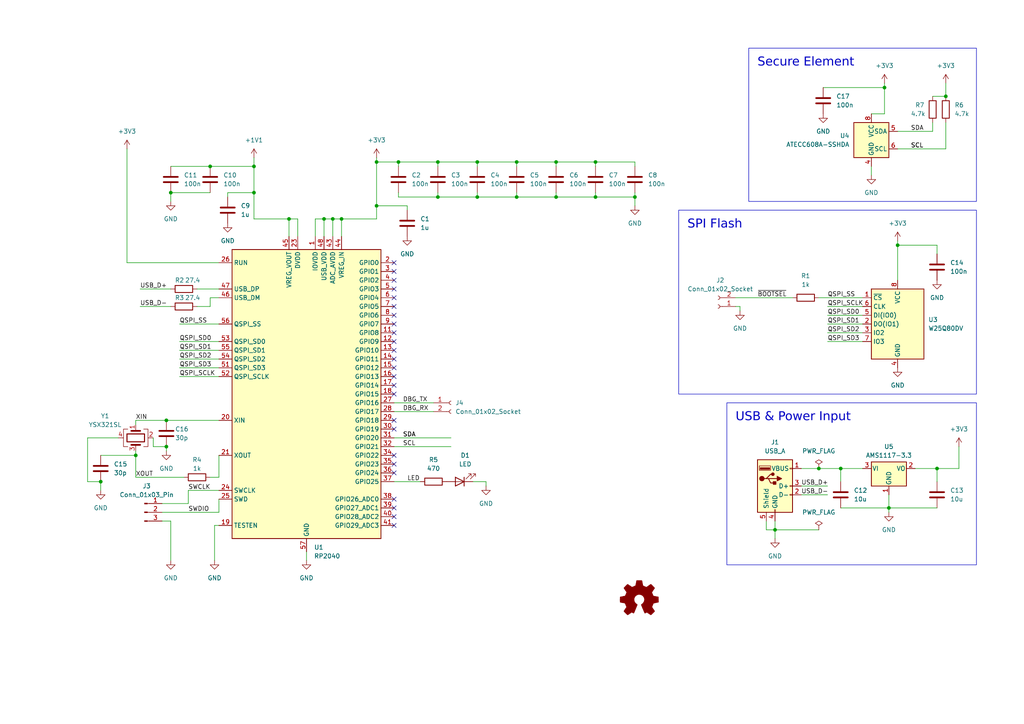
<source format=kicad_sch>
(kicad_sch (version 20230121) (generator eeschema)
  (paper "A4")
  (title_block (title "Keychip") (date "2023-11-12") (rev "Ver.HW1.00-R") (company "Setsuna ad Astra"))
  (lib_symbols
    (symbol "Connector:Conn_01x02_Socket" (pin_names (offset 1.016) hide)
      (property "Reference" "J" (at 0 2.54 0))
      (property "Value" "Conn_01x02_Socket" (at 0 -5.08 0))
      (symbol "Conn_01x02_Socket_1_1"
        (arc (start 0 -2.032) (mid -0.5058 -2.54) (end 0 -3.048) (stroke (width 0.1524)))
        (polyline (pts (xy -1.27 -2.54) (xy -0.508 -2.54)) (stroke (width 0.1524)))
        (polyline (pts (xy -1.27 0) (xy -0.508 0)) (stroke (width 0.1524)))
        (arc (start 0 0.508) (mid -0.5058 0) (end 0 -0.508) (stroke (width 0.1524)))
        (pin passive line (at -5.08 0 0) (length 3.81) (name "Pin_1") (number "1"))
        (pin passive line (at -5.08 -2.54 0) (length 3.81) (name "Pin_2") (number "2"))
      )
    )
    (symbol "Connector:Conn_01x03_Pin" (pin_names (offset 1.016) hide)
      (property "Reference" "J" (at 0 5.08 0))
      (property "Value" "Conn_01x03_Pin" (at 0 -5.08 0))
      (symbol "Conn_01x03_Pin_1_1"
        (polyline (pts (xy 1.27 -2.54) (xy 0.8636 -2.54)) (stroke (width 0.1524)))
        (polyline (pts (xy 1.27 0) (xy 0.8636 0)) (stroke (width 0.1524)))
        (polyline (pts (xy 1.27 2.54) (xy 0.8636 2.54)) (stroke (width 0.1524)))
        (rectangle (start 0.8636 -2.413) (end 0 -2.667) (stroke (width 0.1524)) (fill (type outline)))
        (rectangle (start 0.8636 0.127) (end 0 -0.127) (stroke (width 0.1524)) (fill (type outline)))
        (rectangle (start 0.8636 2.667) (end 0 2.413) (stroke (width 0.1524)) (fill (type outline)))
        (pin passive line (at 5.08 2.54 180) (length 3.81) (name "Pin_1") (number "1"))
        (pin passive line (at 5.08 0 180) (length 3.81) (name "Pin_2") (number "2"))
        (pin passive line (at 5.08 -2.54 180) (length 3.81) (name "Pin_3") (number "3"))
      )
    )
    (symbol "Connector:USB_A" (pin_names (offset 1.016))
      (property "Reference" "J" (at -5.08 11.43 0))
      (property "Value" "USB_A" (at -5.08 8.89 0))
      (symbol "USB_A_0_1"
        (rectangle (start -5.08 -7.62) (end 5.08 7.62) (stroke (width 0.254)) (fill (type background)))
        (circle (center -3.81 2.159) (radius 0.635) (stroke (width 0.254)) (fill (type outline)))
        (rectangle (start -1.524 4.826) (end -4.318 5.334) (fill (type outline)))
        (rectangle (start -1.27 4.572) (end -4.572 5.842))
        (circle (center -0.635 3.429) (radius 0.381) (stroke (width 0.254)) (fill (type outline)))
        (rectangle (start -0.127 -7.62) (end 0.127 -6.858))
        (polyline (pts (xy -3.175 2.159) (xy -2.54 2.159) (xy -1.27 3.429) (xy -0.635 3.429)) (stroke (width 0.254)))
        (polyline (pts (xy -2.54 2.159) (xy -1.905 2.159) (xy -1.27 0.889) (xy 0 0.889)) (stroke (width 0.254)))
        (polyline (pts (xy 0.635 2.794) (xy 0.635 1.524) (xy 1.905 2.159) (xy 0.635 2.794)) (stroke (width 0.254)) (fill (type outline)))
        (rectangle (start 0.254 1.27) (end -0.508 0.508) (stroke (width 0.254)) (fill (type outline)))
        (rectangle (start 5.08 -2.667) (end 4.318 -2.413))
        (rectangle (start 5.08 -0.127) (end 4.318 0.127))
        (rectangle (start 5.08 4.953) (end 4.318 5.207))
      )
      (symbol "USB_A_1_1"
        (polyline (pts (xy -1.905 2.159) (xy 0.635 2.159)) (stroke (width 0.254)))
        (pin power_in line (at 7.62 5.08 180) (length 2.54) (name "VBUS") (number "1"))
        (pin bidirectional line (at 7.62 -2.54 180) (length 2.54) (name "D-") (number "2"))
        (pin bidirectional line (at 7.62 0 180) (length 2.54) (name "D+") (number "3"))
        (pin power_in line (at 0 -10.16 90) (length 2.54) (name "GND") (number "4"))
        (pin passive line (at -2.54 -10.16 90) (length 2.54) (name "Shield") (number "5"))
      )
    )
    (symbol "Device:C" (pin_numbers hide) (pin_names (offset 0.254))
      (property "Reference" "C" (at 0.635 2.54 0))
      (property "Value" "C" (at 0.635 -2.54 0))
      (symbol "C_0_1"
        (polyline (pts (xy -2.032 -0.762) (xy 2.032 -0.762)) (stroke (width 0.508)))
        (polyline (pts (xy -2.032 0.762) (xy 2.032 0.762)) (stroke (width 0.508)))
      )
      (symbol "C_1_1"
        (pin passive line (at 0 3.81 270) (length 2.794) (name "~") (number "1"))
        (pin passive line (at 0 -3.81 90) (length 2.794) (name "~") (number "2"))
      )
    )
    (symbol "Device:Crystal_GND24" (pin_names (offset 1.016) hide)
      (property "Reference" "Y" (at 3.175 5.08 0))
      (property "Value" "Crystal_GND24" (at 3.175 3.175 0))
      (symbol "Crystal_GND24_0_1"
        (rectangle (start -1.143 2.54) (end 1.143 -2.54) (stroke (width 0.3048)))
        (polyline (pts (xy -2.54 0) (xy -2.032 0)))
        (polyline (pts (xy -2.032 -1.27) (xy -2.032 1.27)) (stroke (width 0.508)))
        (polyline (pts (xy 0 -3.81) (xy 0 -3.556)))
        (polyline (pts (xy 0 3.556) (xy 0 3.81)))
        (polyline (pts (xy 2.032 -1.27) (xy 2.032 1.27)) (stroke (width 0.508)))
        (polyline (pts (xy 2.032 0) (xy 2.54 0)))
        (polyline (pts (xy -2.54 -2.286) (xy -2.54 -3.556) (xy 2.54 -3.556) (xy 2.54 -2.286)))
        (polyline (pts (xy -2.54 2.286) (xy -2.54 3.556) (xy 2.54 3.556) (xy 2.54 2.286)))
      )
      (symbol "Crystal_GND24_1_1"
        (pin passive line (at -3.81 0 0) (length 1.27) (name "1") (number "1"))
        (pin passive line (at 0 5.08 270) (length 1.27) (name "2") (number "2"))
        (pin passive line (at 3.81 0 180) (length 1.27) (name "3") (number "3"))
        (pin passive line (at 0 -5.08 90) (length 1.27) (name "4") (number "4"))
      )
    )
    (symbol "Device:LED" (pin_numbers hide) (pin_names (offset 1.016) hide)
      (property "Reference" "D" (at 0 2.54 0))
      (property "Value" "LED" (at 0 -2.54 0))
      (symbol "LED_0_1"
        (polyline (pts (xy -1.27 -1.27) (xy -1.27 1.27)) (stroke (width 0.254)))
        (polyline (pts (xy -1.27 0) (xy 1.27 0)))
        (polyline (pts (xy 1.27 -1.27) (xy 1.27 1.27) (xy -1.27 0) (xy 1.27 -1.27)) (stroke (width 0.254)))
        (polyline (pts (xy -3.048 -0.762) (xy -4.572 -2.286) (xy -3.81 -2.286) (xy -4.572 -2.286) (xy -4.572 -1.524)))
        (polyline (pts (xy -1.778 -0.762) (xy -3.302 -2.286) (xy -2.54 -2.286) (xy -3.302 -2.286) (xy -3.302 -1.524)))
      )
      (symbol "LED_1_1"
        (pin passive line (at -3.81 0 0) (length 2.54) (name "K") (number "1"))
        (pin passive line (at 3.81 0 180) (length 2.54) (name "A") (number "2"))
      )
    )
    (symbol "Device:R" (pin_numbers hide) (pin_names (offset 0))
      (property "Reference" "R" (at 2.032 0 90))
      (property "Value" "R" (at 0 0 90))
      (symbol "R_0_1"
        (rectangle (start -1.016 -2.54) (end 1.016 2.54) (stroke (width 0.254)))
      )
      (symbol "R_1_1"
        (pin passive line (at 0 3.81 270) (length 1.27) (name "~") (number "1"))
        (pin passive line (at 0 -3.81 90) (length 1.27) (name "~") (number "2"))
      )
    )
    (symbol "Graphic:Logo_Open_Hardware_Small" (in_bom no) (on_board no)
      (symbol "Logo_Open_Hardware_Small_0_1"
        (polyline (pts (xy 3.3528 -4.3434) (xy 3.302 -4.318) (xy 3.175 -4.2418) (xy 2.9972 -4.1148) (xy 2.7686 -3.9624) (xy 2.54 -3.81) (xy 2.3622 -3.7084) (xy 2.2352 -3.6068) (xy 2.1844 -3.5814) (xy 2.159 -3.6068) (xy 2.0574 -3.6576) (xy 1.905 -3.7338) (xy 1.8034 -3.7846) (xy 1.6764 -3.8354) (xy 1.6002 -3.8354) (xy 1.6002 -3.8354) (xy 1.5494 -3.7338) (xy 1.4732 -3.5306) (xy 1.3462 -3.302) (xy 1.2446 -3.0226) (xy 1.1176 -2.7178) (xy 0.9652 -2.413) (xy 0.8636 -2.1082) (xy 0.7366 -1.8288) (xy 0.6604 -1.6256) (xy 0.6096 -1.4732) (xy 0.5842 -1.397) (xy 0.5842 -1.397) (xy 0.6604 -1.3208) (xy 0.7874 -1.2446) (xy 1.0414 -1.016) (xy 1.2954 -0.6858) (xy 1.4478 -0.3302) (xy 1.524 0.0762) (xy 1.4732 0.4572) (xy 1.3208 0.8128) (xy 1.0668 1.143) (xy 0.762 1.3716) (xy 0.4064 1.524) (xy 0 1.5748) (xy -0.381 1.5494) (xy -0.7366 1.397) (xy -1.0668 1.143) (xy -1.2192 0.9906) (xy -1.397 0.6604) (xy -1.524 0.3048) (xy -1.524 0.2286) (xy -1.4986 -0.1778) (xy -1.397 -0.5334) (xy -1.1938 -0.8636) (xy -0.9144 -1.143) (xy -0.8636 -1.1684) (xy -0.7366 -1.27) (xy -0.635 -1.3462) (xy -0.5842 -1.397) (xy -1.0668 -2.5908) (xy -1.143 -2.794) (xy -1.2954 -3.1242) (xy -1.397 -3.4036) (xy -1.4986 -3.6322) (xy -1.5748 -3.7846) (xy -1.6002 -3.8354) (xy -1.6002 -3.8354) (xy -1.651 -3.8354) (xy -1.7272 -3.81) (xy -1.905 -3.7338) (xy -2.0066 -3.683) (xy -2.1336 -3.6068) (xy -2.2098 -3.5814) (xy -2.2606 -3.6068) (xy -2.3622 -3.683) (xy -2.54 -3.81) (xy -2.7686 -3.9624) (xy -2.9718 -4.0894) (xy -3.1496 -4.2164) (xy -3.302 -4.318) (xy -3.3528 -4.3434) (xy -3.3782 -4.3434) (xy -3.429 -4.318) (xy -3.5306 -4.2164) (xy -3.7084 -4.064) (xy -3.937 -3.8354) (xy -3.9624 -3.81) (xy -4.1656 -3.6068) (xy -4.318 -3.4544) (xy -4.4196 -3.3274) (xy -4.445 -3.2766) (xy -4.445 -3.2766) (xy -4.4196 -3.2258) (xy -4.318 -3.0734) (xy -4.2164 -2.8956) (xy -4.064 -2.667) (xy -3.6576 -2.0828) (xy -3.8862 -1.5494) (xy -3.937 -1.3716) (xy -4.0386 -1.1684) (xy -4.0894 -1.0414) (xy -4.1148 -0.9652) (xy -4.191 -0.9398) (xy -4.318 -0.9144) (xy -4.5466 -0.8636) (xy -4.8006 -0.8128) (xy -5.0546 -0.7874) (xy -5.2578 -0.7366) (xy -5.4356 -0.7112) (xy -5.5118 -0.6858) (xy -5.5118 -0.6858) (xy -5.5372 -0.635) (xy -5.5372 -0.5588) (xy -5.5372 -0.4318) (xy -5.5626 -0.2286) (xy -5.5626 0.0762) (xy -5.5626 0.127) (xy -5.5372 0.4064) (xy -5.5372 0.635) (xy -5.5372 0.762) (xy -5.5372 0.8382) (xy -5.5372 0.8382) (xy -5.461 0.8382) (xy -5.3086 0.889) (xy -5.08 0.9144) (xy -4.826 0.9652) (xy -4.8006 0.9906) (xy -4.5466 1.0414) (xy -4.318 1.0668) (xy -4.1656 1.1176) (xy -4.0894 1.143) (xy -4.0894 1.143) (xy -4.0386 1.2446) (xy -3.9624 1.4224) (xy -3.8608 1.6256) (xy -3.7846 1.8288) (xy -3.7084 2.0066) (xy -3.6576 2.159) (xy -3.6322 2.2098) (xy -3.6322 2.2098) (xy -3.683 2.286) (xy -3.7592 2.413) (xy -3.8862 2.5908) (xy -4.064 2.8194) (xy -4.064 2.8448) (xy -4.2164 3.0734) (xy -4.3434 3.2512) (xy -4.4196 3.3782) (xy -4.445 3.4544) (xy -4.445 3.4544) (xy -4.3942 3.5052) (xy -4.2926 3.6322) (xy -4.1148 3.81) (xy -3.937 4.0132) (xy -3.8608 4.064) (xy -3.6576 4.2926) (xy -3.5052 4.4196) (xy -3.4036 4.4958) (xy -3.3528 4.5212) (xy -3.3528 4.5212) (xy -3.302 4.4704) (xy -3.1496 4.3688) (xy -2.9718 4.2418) (xy -2.7432 4.0894) (xy -2.7178 4.0894) (xy -2.4892 3.937) (xy -2.3114 3.81) (xy -2.1844 3.7084) (xy -2.1336 3.683) (xy -2.1082 3.683) (xy -2.032 3.7084) (xy -1.8542 3.7592) (xy -1.6764 3.8354) (xy -1.4732 3.937) (xy -1.27 4.0132) (xy -1.143 4.064) (xy -1.0668 4.1148) (xy -1.0668 4.1148) (xy -1.0414 4.191) (xy -1.016 4.3434) (xy -0.9652 4.572) (xy -0.9144 4.8514) (xy -0.889 4.9022) (xy -0.8382 5.1562) (xy -0.8128 5.3848) (xy -0.7874 5.5372) (xy -0.762 5.588) (xy -0.7112 5.6134) (xy -0.5842 5.6134) (xy -0.4064 5.6134) (xy -0.1524 5.6134) (xy 0.0762 5.6134) (xy 0.3302 5.6134) (xy 0.5334 5.6134) (xy 0.6858 5.588) (xy 0.7366 5.588) (xy 0.7366 5.588) (xy 0.762 5.5118) (xy 0.8128 5.334) (xy 0.8382 5.1054) (xy 0.9144 4.826) (xy 0.9144 4.7752) (xy 0.9652 4.5212) (xy 1.016 4.2926) (xy 1.0414 4.1402) (xy 1.0668 4.0894) (xy 1.0668 4.0894) (xy 1.1938 4.0386) (xy 1.3716 3.9624) (xy 1.5748 3.8608) (xy 2.0828 3.6576) (xy 2.7178 4.0894) (xy 2.7686 4.1402) (xy 2.9972 4.2926) (xy 3.175 4.4196) (xy 3.302 4.4958) (xy 3.3782 4.5212) (xy 3.3782 4.5212) (xy 3.429 4.4704) (xy 3.556 4.3434) (xy 3.7338 4.191) (xy 3.9116 3.9878) (xy 4.064 3.8354) (xy 4.2418 3.6576) (xy 4.3434 3.556) (xy 4.4196 3.4798) (xy 4.4196 3.429) (xy 4.4196 3.4036) (xy 4.3942 3.3274) (xy 4.2926 3.2004) (xy 4.1656 2.9972) (xy 4.0132 2.794) (xy 3.8862 2.5908) (xy 3.7592 2.3876) (xy 3.6576 2.2352) (xy 3.6322 2.159) (xy 3.6322 2.1336) (xy 3.683 2.0066) (xy 3.7592 1.8288) (xy 3.8608 1.6002) (xy 4.064 1.1176) (xy 4.3942 1.0414) (xy 4.5974 1.016) (xy 4.8768 0.9652) (xy 5.1308 0.9144) (xy 5.5372 0.8382) (xy 5.5626 -0.6604) (xy 5.4864 -0.6858) (xy 5.4356 -0.6858) (xy 5.2832 -0.7366) (xy 5.0546 -0.762) (xy 4.8006 -0.8128) (xy 4.5974 -0.8636) (xy 4.3688 -0.9144) (xy 4.2164 -0.9398) (xy 4.1402 -0.9398) (xy 4.1148 -0.9652) (xy 4.064 -1.0668) (xy 3.9878 -1.2446) (xy 3.9116 -1.4478) (xy 3.81 -1.651) (xy 3.7338 -1.8542) (xy 3.683 -2.0066) (xy 3.6576 -2.0828) (xy 3.683 -2.1336) (xy 3.7846 -2.2606) (xy 3.8862 -2.4638) (xy 4.0386 -2.667) (xy 4.191 -2.8956) (xy 4.318 -3.0734) (xy 4.3942 -3.2004) (xy 4.445 -3.2766) (xy 4.4196 -3.3274) (xy 4.3434 -3.429) (xy 4.1656 -3.5814) (xy 3.937 -3.8354) (xy 3.8862 -3.8608) (xy 3.683 -4.064) (xy 3.5306 -4.2164) (xy 3.4036 -4.318) (xy 3.3528 -4.3434)) (fill (type outline)))
      )
    )
    (symbol "MCU_RaspberryPi:RP2040"
      (property "Reference" "U" (at 17.78 45.72 0))
      (property "Value" "RP2040" (at 17.78 43.18 0))
      (symbol "RP2040_0_1"
        (rectangle (start -21.59 41.91) (end 21.59 -41.91) (stroke (width 0.254)) (fill (type background)))
      )
      (symbol "RP2040_1_1"
        (pin power_in line (at 2.54 45.72 270) (length 3.81) (name "IOVDD") (number "1"))
        (pin passive line (at 2.54 45.72 270) (length 3.81) hide (name "IOVDD") (number "10"))
        (pin bidirectional line (at 25.4 17.78 180) (length 3.81) (name "GPIO8") (number "11"))
        (pin bidirectional line (at 25.4 15.24 180) (length 3.81) (name "GPIO9") (number "12"))
        (pin bidirectional line (at 25.4 12.7 180) (length 3.81) (name "GPIO10") (number "13"))
        (pin bidirectional line (at 25.4 10.16 180) (length 3.81) (name "GPIO11") (number "14"))
        (pin bidirectional line (at 25.4 7.62 180) (length 3.81) (name "GPIO12") (number "15"))
        (pin bidirectional line (at 25.4 5.08 180) (length 3.81) (name "GPIO13") (number "16"))
        (pin bidirectional line (at 25.4 2.54 180) (length 3.81) (name "GPIO14") (number "17"))
        (pin bidirectional line (at 25.4 0 180) (length 3.81) (name "GPIO15") (number "18"))
        (pin input line (at -25.4 -38.1 0) (length 3.81) (name "TESTEN") (number "19"))
        (pin bidirectional line (at 25.4 38.1 180) (length 3.81) (name "GPIO0") (number "2"))
        (pin input line (at -25.4 -7.62 0) (length 3.81) (name "XIN") (number "20"))
        (pin passive line (at -25.4 -17.78 0) (length 3.81) (name "XOUT") (number "21"))
        (pin passive line (at 2.54 45.72 270) (length 3.81) hide (name "IOVDD") (number "22"))
        (pin power_in line (at -2.54 45.72 270) (length 3.81) (name "DVDD") (number "23"))
        (pin input line (at -25.4 -27.94 0) (length 3.81) (name "SWCLK") (number "24"))
        (pin bidirectional line (at -25.4 -30.48 0) (length 3.81) (name "SWD") (number "25"))
        (pin input line (at -25.4 38.1 0) (length 3.81) (name "RUN") (number "26"))
        (pin bidirectional line (at 25.4 -2.54 180) (length 3.81) (name "GPIO16") (number "27"))
        (pin bidirectional line (at 25.4 -5.08 180) (length 3.81) (name "GPIO17") (number "28"))
        (pin bidirectional line (at 25.4 -7.62 180) (length 3.81) (name "GPIO18") (number "29"))
        (pin bidirectional line (at 25.4 35.56 180) (length 3.81) (name "GPIO1") (number "3"))
        (pin bidirectional line (at 25.4 -10.16 180) (length 3.81) (name "GPIO19") (number "30"))
        (pin bidirectional line (at 25.4 -12.7 180) (length 3.81) (name "GPIO20") (number "31"))
        (pin bidirectional line (at 25.4 -15.24 180) (length 3.81) (name "GPIO21") (number "32"))
        (pin passive line (at 2.54 45.72 270) (length 3.81) hide (name "IOVDD") (number "33"))
        (pin bidirectional line (at 25.4 -17.78 180) (length 3.81) (name "GPIO22") (number "34"))
        (pin bidirectional line (at 25.4 -20.32 180) (length 3.81) (name "GPIO23") (number "35"))
        (pin bidirectional line (at 25.4 -22.86 180) (length 3.81) (name "GPIO24") (number "36"))
        (pin bidirectional line (at 25.4 -25.4 180) (length 3.81) (name "GPIO25") (number "37"))
        (pin bidirectional line (at 25.4 -30.48 180) (length 3.81) (name "GPIO26_ADC0") (number "38"))
        (pin bidirectional line (at 25.4 -33.02 180) (length 3.81) (name "GPIO27_ADC1") (number "39"))
        (pin bidirectional line (at 25.4 33.02 180) (length 3.81) (name "GPIO2") (number "4"))
        (pin bidirectional line (at 25.4 -35.56 180) (length 3.81) (name "GPIO28_ADC2") (number "40"))
        (pin bidirectional line (at 25.4 -38.1 180) (length 3.81) (name "GPIO29_ADC3") (number "41"))
        (pin passive line (at 2.54 45.72 270) (length 3.81) hide (name "IOVDD") (number "42"))
        (pin power_in line (at 7.62 45.72 270) (length 3.81) (name "ADC_AVDD") (number "43"))
        (pin power_in line (at 10.16 45.72 270) (length 3.81) (name "VREG_IN") (number "44"))
        (pin power_out line (at -5.08 45.72 270) (length 3.81) (name "VREG_VOUT") (number "45"))
        (pin bidirectional line (at -25.4 27.94 0) (length 3.81) (name "USB_DM") (number "46"))
        (pin bidirectional line (at -25.4 30.48 0) (length 3.81) (name "USB_DP") (number "47"))
        (pin power_in line (at 5.08 45.72 270) (length 3.81) (name "USB_VDD") (number "48"))
        (pin passive line (at 2.54 45.72 270) (length 3.81) hide (name "IOVDD") (number "49"))
        (pin bidirectional line (at 25.4 30.48 180) (length 3.81) (name "GPIO3") (number "5"))
        (pin passive line (at -2.54 45.72 270) (length 3.81) hide (name "DVDD") (number "50"))
        (pin bidirectional line (at -25.4 7.62 0) (length 3.81) (name "QSPI_SD3") (number "51"))
        (pin output line (at -25.4 5.08 0) (length 3.81) (name "QSPI_SCLK") (number "52"))
        (pin bidirectional line (at -25.4 15.24 0) (length 3.81) (name "QSPI_SD0") (number "53"))
        (pin bidirectional line (at -25.4 10.16 0) (length 3.81) (name "QSPI_SD2") (number "54"))
        (pin bidirectional line (at -25.4 12.7 0) (length 3.81) (name "QSPI_SD1") (number "55"))
        (pin bidirectional line (at -25.4 20.32 0) (length 3.81) (name "QSPI_SS") (number "56"))
        (pin power_in line (at 0 -45.72 90) (length 3.81) (name "GND") (number "57"))
        (pin bidirectional line (at 25.4 27.94 180) (length 3.81) (name "GPIO4") (number "6"))
        (pin bidirectional line (at 25.4 25.4 180) (length 3.81) (name "GPIO5") (number "7"))
        (pin bidirectional line (at 25.4 22.86 180) (length 3.81) (name "GPIO6") (number "8"))
        (pin bidirectional line (at 25.4 20.32 180) (length 3.81) (name "GPIO7") (number "9"))
      )
    )
    (symbol "Memory_Flash:W25Q128JVS"
      (property "Reference" "U" (at -8.89 8.89 0))
      (property "Value" "W25Q128JVS" (at 7.62 8.89 0))
      (symbol "W25Q128JVS_0_1"
        (rectangle (start -7.62 10.16) (end 7.62 -10.16) (stroke (width 0.254)) (fill (type background)))
      )
      (symbol "W25Q128JVS_1_1"
        (pin input line (at -10.16 7.62 0) (length 2.54) (name "~{CS}") (number "1"))
        (pin bidirectional line (at -10.16 0 0) (length 2.54) (name "DO(IO1)") (number "2"))
        (pin bidirectional line (at -10.16 -2.54 0) (length 2.54) (name "IO2") (number "3"))
        (pin power_in line (at 0 -12.7 90) (length 2.54) (name "GND") (number "4"))
        (pin bidirectional line (at -10.16 2.54 0) (length 2.54) (name "DI(IO0)") (number "5"))
        (pin input line (at -10.16 5.08 0) (length 2.54) (name "CLK") (number "6"))
        (pin bidirectional line (at -10.16 -5.08 0) (length 2.54) (name "IO3") (number "7"))
        (pin power_in line (at 0 12.7 270) (length 2.54) (name "VCC") (number "8"))
      )
    )
    (symbol "Regulator_Linear:AZ1117-3.3" (pin_names (offset 0.254))
      (property "Reference" "U" (at -3.81 3.175 0))
      (property "Value" "AZ1117-3.3" (at 0 3.175 0))
      (symbol "AZ1117-3.3_0_1"
        (rectangle (start -5.08 1.905) (end 5.08 -5.08) (stroke (width 0.254)) (fill (type background)))
      )
      (symbol "AZ1117-3.3_1_1"
        (pin power_in line (at 0 -7.62 90) (length 2.54) (name "GND") (number "1"))
        (pin power_out line (at 7.62 0 180) (length 2.54) (name "VO") (number "2"))
        (pin power_in line (at -7.62 0 0) (length 2.54) (name "VI") (number "3"))
      )
    )
    (symbol "Security:ATECC608A-SSHDA"
      (property "Reference" "U" (at 3.81 6.35 0))
      (property "Value" "ATECC608A-SSHDA" (at 10.16 -6.35 0))
      (symbol "ATECC608A-SSHDA_0_1"
        (rectangle (start -5.08 5.08) (end 5.08 -5.08) (stroke (width 0.254)) (fill (type background)))
      )
      (symbol "ATECC608A-SSHDA_1_1"
        (pin no_connect line (at -5.08 2.54 0) (length 2.54) hide (name "NC") (number "1"))
        (pin no_connect line (at -5.08 0 0) (length 2.54) hide (name "NC") (number "2"))
        (pin no_connect line (at -5.08 -2.54 0) (length 2.54) hide (name "NC") (number "3"))
        (pin power_in line (at 0 -7.62 90) (length 2.54) (name "GND") (number "4"))
        (pin bidirectional line (at 7.62 2.54 180) (length 2.54) (name "SDA") (number "5"))
        (pin input line (at 7.62 -2.54 180) (length 2.54) (name "SCL") (number "6"))
        (pin no_connect line (at 5.08 0 180) (length 2.54) hide (name "NC") (number "7"))
        (pin power_in line (at 0 7.62 270) (length 2.54) (name "VCC") (number "8"))
      )
    )
    (symbol "power:+1V1" (power) (pin_names (offset 0))
      (property "Value" "+1V1" (at 0 3.556 0))
      (symbol "+1V1_0_1"
        (polyline (pts (xy -0.762 1.27) (xy 0 2.54)))
        (polyline (pts (xy 0 0) (xy 0 2.54)))
        (polyline (pts (xy 0 2.54) (xy 0.762 1.27)))
      )
      (symbol "+1V1_1_1"
        (pin power_in line (at 0 0 90) (length 0) hide (name "+1V1") (number "1"))
      )
    )
    (symbol "power:+3V3" (power) (pin_names (offset 0))
      (property "Value" "+3V3" (at 0 3.556 0))
      (symbol "+3V3_0_1"
        (polyline (pts (xy -0.762 1.27) (xy 0 2.54)))
        (polyline (pts (xy 0 0) (xy 0 2.54)))
        (polyline (pts (xy 0 2.54) (xy 0.762 1.27)))
      )
      (symbol "+3V3_1_1"
        (pin power_in line (at 0 0 90) (length 0) hide (name "+3V3") (number "1"))
      )
    )
    (symbol "power:GND" (power) (pin_names (offset 0))
      (property "Value" "GND" (at 0 -3.81 0))
      (symbol "GND_0_1"
        (polyline (pts (xy 0 0) (xy 0 -1.27) (xy 1.27 -1.27) (xy 0 -2.54) (xy -1.27 -1.27) (xy 0 -1.27)))
      )
      (symbol "GND_1_1"
        (pin power_in line (at 0 0 270) (length 0) hide (name "GND") (number "1"))
      )
    )
    (symbol "power:PWR_FLAG" (power) (pin_numbers hide) (pin_names (offset 0) hide)
      (property "Value" "PWR_FLAG" (at 0 3.81 0))
      (symbol "PWR_FLAG_0_0"
        (pin power_out line (at 0 0 90) (length 0) (name "pwr") (number "1"))
      )
      (symbol "PWR_FLAG_0_1"
        (polyline (pts (xy 0 0) (xy 0 1.27) (xy -1.016 1.905) (xy 0 2.54) (xy 1.016 1.905) (xy 0 1.27)))
      )
    )
  )
  (junction (at 271.78 135.89))
  (junction (at 138.43 46.99))
  (junction (at 115.57 46.99))
  (junction (at 127 57.15))
  (junction (at 172.72 57.15))
  (junction (at 260.35 71.12))
  (junction (at 161.29 46.99))
  (junction (at 48.26 129.54))
  (junction (at 83.82 63.5))
  (junction (at 138.43 57.15))
  (junction (at 149.86 46.99))
  (junction (at 243.84 135.89))
  (junction (at 73.66 55.88))
  (junction (at 127 46.99))
  (junction (at 49.53 55.88))
  (junction (at 109.22 59.69))
  (junction (at 29.21 139.7))
  (junction (at 237.49 135.89))
  (junction (at 48.26 121.92))
  (junction (at 149.86 57.15))
  (junction (at 184.15 57.15))
  (junction (at 109.22 46.99))
  (junction (at 257.81 147.32))
  (junction (at 224.79 153.67))
  (junction (at 274.32 27.94))
  (junction (at 161.29 57.15))
  (junction (at 39.37 132.08))
  (junction (at 60.96 48.26))
  (junction (at 96.52 63.5))
  (junction (at 99.06 63.5))
  (junction (at 93.98 63.5))
  (junction (at 73.66 48.26))
  (junction (at 172.72 46.99))
  (junction (at 256.54 25.4))
  (no_connect (at 114.3 149.86))
  (no_connect (at 114.3 124.46))
  (no_connect (at 114.3 78.74))
  (no_connect (at 114.3 132.08))
  (no_connect (at 114.3 93.98))
  (no_connect (at 114.3 76.2))
  (no_connect (at 114.3 88.9))
  (no_connect (at 114.3 121.92))
  (no_connect (at 114.3 99.06))
  (no_connect (at 114.3 106.68))
  (no_connect (at 114.3 104.14))
  (no_connect (at 114.3 83.82))
  (no_connect (at 114.3 86.36))
  (no_connect (at 114.3 101.6))
  (no_connect (at 114.3 81.28))
  (no_connect (at 114.3 134.62))
  (no_connect (at 114.3 91.44))
  (no_connect (at 114.3 114.3))
  (no_connect (at 114.3 96.52))
  (no_connect (at 114.3 109.22))
  (no_connect (at 114.3 137.16))
  (no_connect (at 114.3 144.78))
  (no_connect (at 114.3 111.76))
  (no_connect (at 114.3 147.32))
  (no_connect (at 114.3 152.4))
  (wire (pts (xy 99.06 63.5) (xy 99.06 68.58)))
  (wire (pts (xy 57.15 83.82) (xy 63.5 83.82)))
  (wire (pts (xy 93.98 63.5) (xy 93.98 68.58)))
  (wire (pts (xy 25.4 139.7) (xy 29.21 139.7)))
  (wire (pts (xy 60.96 55.88) (xy 49.53 55.88)))
  (wire (pts (xy 252.73 48.26) (xy 252.73 50.8)))
  (wire (pts (xy 260.35 43.18) (xy 274.32 43.18)))
  (wire (pts (xy 271.78 135.89) (xy 278.13 135.89)))
  (wire (pts (xy 29.21 132.08) (xy 39.37 132.08)))
  (wire (pts (xy 224.79 151.13) (xy 224.79 153.67)))
  (wire (pts (xy 91.44 68.58) (xy 91.44 63.5)))
  (wire (pts (xy 232.41 140.97) (xy 240.03 140.97)))
  (wire (pts (xy 115.57 57.15) (xy 115.57 55.88)))
  (wire (pts (xy 271.78 71.12) (xy 271.78 73.66)))
  (wire (pts (xy 161.29 57.15) (xy 172.72 57.15)))
  (wire (pts (xy 49.53 151.13) (xy 49.53 162.56)))
  (wire (pts (xy 213.36 86.36) (xy 229.87 86.36)))
  (wire (pts (xy 109.22 46.99) (xy 115.57 46.99)))
  (wire (pts (xy 40.64 83.82) (xy 49.53 83.82)))
  (wire (pts (xy 63.5 76.2) (xy 36.83 76.2)))
  (wire (pts (xy 91.44 63.5) (xy 93.98 63.5)))
  (wire (pts (xy 39.37 123.19) (xy 39.37 121.92)))
  (wire (pts (xy 73.66 48.26) (xy 73.66 55.88)))
  (wire (pts (xy 252.73 33.02) (xy 256.54 33.02)))
  (wire (pts (xy 73.66 55.88) (xy 66.04 55.88)))
  (wire (pts (xy 260.35 38.1) (xy 270.51 38.1)))
  (wire (pts (xy 260.35 71.12) (xy 260.35 81.28)))
  (wire (pts (xy 149.86 57.15) (xy 149.86 55.88)))
  (wire (pts (xy 243.84 147.32) (xy 257.81 147.32)))
  (wire (pts (xy 270.51 35.56) (xy 270.51 38.1)))
  (wire (pts (xy 224.79 153.67) (xy 237.49 153.67)))
  (wire (pts (xy 257.81 147.32) (xy 257.81 148.59)))
  (wire (pts (xy 25.4 127) (xy 25.4 139.7)))
  (wire (pts (xy 224.79 153.67) (xy 224.79 156.21)))
  (wire (pts (xy 149.86 46.99) (xy 161.29 46.99)))
  (wire (pts (xy 40.64 88.9) (xy 49.53 88.9)))
  (wire (pts (xy 127 48.26) (xy 127 46.99)))
  (wire (pts (xy 54.61 146.05) (xy 46.99 146.05)))
  (wire (pts (xy 138.43 46.99) (xy 149.86 46.99)))
  (wire (pts (xy 49.53 48.26) (xy 60.96 48.26)))
  (wire (pts (xy 88.9 160.02) (xy 88.9 162.56)))
  (wire (pts (xy 44.45 127) (xy 44.45 129.54)))
  (wire (pts (xy 96.52 63.5) (xy 99.06 63.5)))
  (wire (pts (xy 60.96 138.43) (xy 63.5 138.43)))
  (wire (pts (xy 109.22 46.99) (xy 109.22 59.69)))
  (wire (pts (xy 52.07 99.06) (xy 63.5 99.06)))
  (wire (pts (xy 274.32 24.13) (xy 274.32 27.94)))
  (wire (pts (xy 53.34 138.43) (xy 39.37 138.43)))
  (wire (pts (xy 60.96 88.9) (xy 60.96 86.36)))
  (wire (pts (xy 222.25 151.13) (xy 222.25 153.67)))
  (wire (pts (xy 36.83 43.18) (xy 36.83 76.2)))
  (wire (pts (xy 29.21 139.7) (xy 29.21 142.24)))
  (wire (pts (xy 172.72 57.15) (xy 184.15 57.15)))
  (wire (pts (xy 46.99 151.13) (xy 49.53 151.13)))
  (wire (pts (xy 115.57 46.99) (xy 127 46.99)))
  (wire (pts (xy 271.78 135.89) (xy 271.78 139.7)))
  (wire (pts (xy 48.26 129.54) (xy 48.26 130.81)))
  (wire (pts (xy 49.53 55.88) (xy 49.53 58.42)))
  (wire (pts (xy 62.23 152.4) (xy 63.5 152.4)))
  (wire (pts (xy 127 57.15) (xy 127 55.88)))
  (wire (pts (xy 62.23 152.4) (xy 62.23 162.56)))
  (wire (pts (xy 83.82 63.5) (xy 83.82 68.58)))
  (wire (pts (xy 232.41 135.89) (xy 237.49 135.89)))
  (wire (pts (xy 83.82 63.5) (xy 73.66 63.5)))
  (wire (pts (xy 138.43 57.15) (xy 149.86 57.15)))
  (wire (pts (xy 115.57 57.15) (xy 127 57.15)))
  (wire (pts (xy 140.97 139.7) (xy 140.97 140.97)))
  (wire (pts (xy 214.63 88.9) (xy 214.63 90.17)))
  (wire (pts (xy 60.96 48.26) (xy 73.66 48.26)))
  (wire (pts (xy 172.72 57.15) (xy 172.72 55.88)))
  (wire (pts (xy 256.54 24.13) (xy 256.54 25.4)))
  (wire (pts (xy 243.84 135.89) (xy 250.19 135.89)))
  (wire (pts (xy 240.03 96.52) (xy 250.19 96.52)))
  (wire (pts (xy 257.81 147.32) (xy 271.78 147.32)))
  (wire (pts (xy 256.54 25.4) (xy 256.54 33.02)))
  (wire (pts (xy 260.35 71.12) (xy 271.78 71.12)))
  (wire (pts (xy 118.11 59.69) (xy 118.11 60.96)))
  (wire (pts (xy 86.36 63.5) (xy 83.82 63.5)))
  (wire (pts (xy 34.29 127) (xy 25.4 127)))
  (wire (pts (xy 270.51 27.94) (xy 274.32 27.94)))
  (wire (pts (xy 114.3 129.54) (xy 130.81 129.54)))
  (wire (pts (xy 39.37 132.08) (xy 39.37 138.43)))
  (wire (pts (xy 149.86 57.15) (xy 161.29 57.15)))
  (wire (pts (xy 114.3 116.84) (xy 125.73 116.84)))
  (wire (pts (xy 39.37 130.81) (xy 39.37 132.08)))
  (wire (pts (xy 109.22 59.69) (xy 118.11 59.69)))
  (wire (pts (xy 99.06 63.5) (xy 109.22 63.5)))
  (wire (pts (xy 54.61 142.24) (xy 63.5 142.24)))
  (wire (pts (xy 161.29 46.99) (xy 172.72 46.99)))
  (wire (pts (xy 184.15 46.99) (xy 184.15 48.26)))
  (wire (pts (xy 149.86 48.26) (xy 149.86 46.99)))
  (wire (pts (xy 265.43 135.89) (xy 271.78 135.89)))
  (wire (pts (xy 257.81 143.51) (xy 257.81 147.32)))
  (wire (pts (xy 109.22 45.72) (xy 109.22 46.99)))
  (wire (pts (xy 73.66 55.88) (xy 73.66 63.5)))
  (wire (pts (xy 232.41 143.51) (xy 240.03 143.51)))
  (wire (pts (xy 240.03 91.44) (xy 250.19 91.44)))
  (wire (pts (xy 52.07 106.68) (xy 63.5 106.68)))
  (wire (pts (xy 260.35 69.85) (xy 260.35 71.12)))
  (wire (pts (xy 213.36 88.9) (xy 214.63 88.9)))
  (wire (pts (xy 115.57 48.26) (xy 115.57 46.99)))
  (wire (pts (xy 66.04 55.88) (xy 66.04 57.15)))
  (wire (pts (xy 52.07 93.98) (xy 63.5 93.98)))
  (wire (pts (xy 96.52 63.5) (xy 96.52 68.58)))
  (wire (pts (xy 278.13 129.54) (xy 278.13 135.89)))
  (wire (pts (xy 86.36 63.5) (xy 86.36 68.58)))
  (wire (pts (xy 184.15 59.69) (xy 184.15 57.15)))
  (wire (pts (xy 63.5 138.43) (xy 63.5 132.08)))
  (wire (pts (xy 127 46.99) (xy 138.43 46.99)))
  (wire (pts (xy 63.5 144.78) (xy 63.5 148.59)))
  (wire (pts (xy 54.61 142.24) (xy 54.61 146.05)))
  (wire (pts (xy 138.43 57.15) (xy 138.43 55.88)))
  (wire (pts (xy 240.03 99.06) (xy 250.19 99.06)))
  (wire (pts (xy 48.26 121.92) (xy 63.5 121.92)))
  (wire (pts (xy 52.07 104.14) (xy 63.5 104.14)))
  (wire (pts (xy 240.03 88.9) (xy 250.19 88.9)))
  (wire (pts (xy 184.15 57.15) (xy 184.15 55.88)))
  (wire (pts (xy 240.03 93.98) (xy 250.19 93.98)))
  (wire (pts (xy 93.98 63.5) (xy 96.52 63.5)))
  (wire (pts (xy 109.22 59.69) (xy 109.22 63.5)))
  (wire (pts (xy 238.76 25.4) (xy 256.54 25.4)))
  (wire (pts (xy 161.29 57.15) (xy 161.29 55.88)))
  (wire (pts (xy 274.32 35.56) (xy 274.32 43.18)))
  (wire (pts (xy 46.99 148.59) (xy 63.5 148.59)))
  (wire (pts (xy 172.72 48.26) (xy 172.72 46.99)))
  (wire (pts (xy 243.84 135.89) (xy 243.84 139.7)))
  (wire (pts (xy 114.3 139.7) (xy 121.92 139.7)))
  (wire (pts (xy 172.72 46.99) (xy 184.15 46.99)))
  (wire (pts (xy 60.96 86.36) (xy 63.5 86.36)))
  (wire (pts (xy 237.49 135.89) (xy 243.84 135.89)))
  (wire (pts (xy 44.45 129.54) (xy 48.26 129.54)))
  (wire (pts (xy 52.07 101.6) (xy 63.5 101.6)))
  (wire (pts (xy 73.66 45.72) (xy 73.66 48.26)))
  (wire (pts (xy 39.37 121.92) (xy 48.26 121.92)))
  (wire (pts (xy 57.15 88.9) (xy 60.96 88.9)))
  (wire (pts (xy 161.29 48.26) (xy 161.29 46.99)))
  (wire (pts (xy 222.25 153.67) (xy 224.79 153.67)))
  (wire (pts (xy 138.43 48.26) (xy 138.43 46.99)))
  (wire (pts (xy 127 57.15) (xy 138.43 57.15)))
  (wire (pts (xy 237.49 86.36) (xy 250.19 86.36)))
  (wire (pts (xy 114.3 127) (xy 130.81 127)))
  (wire (pts (xy 137.16 139.7) (xy 140.97 139.7)))
  (wire (pts (xy 114.3 119.38) (xy 125.73 119.38)))
  (wire (pts (xy 52.07 109.22) (xy 63.5 109.22)))
  (rectangle (start 196.85 60.96) (end 283.21 114.3))
  (rectangle (start 210.82 116.84) (end 283.21 163.83))
  (rectangle (start 217.17 13.97) (end 283.21 58.42))
  (text "USB & Power Input" (at 213.36 123.19 0) (effects (font (size 2.54 2.54)) (justify left bottom)))
  (text "SPI Flash" (at 199.39 67.31 0) (effects (font (size 2.54 2.54)) (justify left bottom)))
  (text "Secure Element" (at 219.71 20.32 0) (effects (font (size 2.54 2.54)) (justify left bottom)))
  (label "QSPI_SS" (at 240.03 86.36 0))
  (label "QSPI_SD0" (at 52.07 99.06 0))
  (label "QSPI_SCLK" (at 240.03 88.9 0))
  (label "DBG_TX" (at 116.84 116.84 0))
  (label "SCL" (at 264.16 43.18 0))
  (label "SDA" (at 116.84 127 0))
  (label "DBG_RX" (at 116.84 119.38 0))
  (label "LED" (at 118.11 139.7 0))
  (label "QSPI_SD1" (at 240.03 93.98 0))
  (label "QSPI_SD3" (at 240.03 99.06 0))
  (label "QSPI_SD3" (at 52.07 106.68 0))
  (label "QSPI_SD2" (at 52.07 104.14 0))
  (label "QSPI_SD1" (at 52.07 101.6 0))
  (label "~{BOOTSEL}" (at 219.71 86.36 0))
  (label "SCL" (at 116.84 129.54 0))
  (label "USB_D-" (at 232.41 143.51 0))
  (label "QSPI_SD0" (at 240.03 91.44 0))
  (label "USB_D-" (at 40.64 88.9 0))
  (label "QSPI_SCLK" (at 52.07 109.22 0))
  (label "SWDIO" (at 54.61 148.59 0))
  (label "SDA" (at 264.16 38.1 0))
  (label "QSPI_SS" (at 52.07 93.98 0))
  (label "XIN" (at 39.37 121.92 0))
  (label "SWCLK" (at 54.61 142.24 0))
  (label "QSPI_SD2" (at 240.03 96.52 0))
  (label "SDA" (at 116.84 127 0))
  (label "SCL" (at 264.16 43.18 0))
  (label "USB_D+" (at 232.41 140.97 0))
  (label "XOUT" (at 39.37 138.43 0))
  (label "USB_D+" (at 40.64 83.82 0))
  (symbol (lib_id "Device:C") (at 48.26 125.73 0) (unit 1)
    (property "Reference" "C16" (at 50.8 124.46 0) (effects (justify left)))
    (property "Value" "30p" (at 50.8 127 0) (effects (justify left)))
    (property "Footprint" "Capacitor_SMD:C_0402_1005Metric" (effects hide))
  )
  (symbol (lib_id "Device:C") (at 66.04 60.96 0) (unit 1)
    (property "Reference" "C9" (at 69.85 59.69 0) (effects (justify left)))
    (property "Value" "1u" (at 69.85 62.23 0) (effects (justify left)))
    (property "Footprint" "Capacitor_SMD:C_0603_1608Metric" (effects hide))
  )
  (symbol (lib_id "Device:Crystal_GND24") (at 39.37 127 270) (unit 1)
    (property "Reference" "Y1" (at 30.48 120.65 90))
    (property "Value" "YSX321SL" (at 30.48 123.19 90))
    (property "Footprint" "Crystal:Crystal_SMD_3225-4Pin_3.2x2.5mm" (effects hide))
  )
  (symbol (lib_id "Security:ATECC608A-SSHDA") (at 252.73 40.64 0) (unit 1)
    (property "Reference" "U4" (at 246.38 39.37 0) (effects (justify right)))
    (property "Value" "ATECC608A-SSHDA" (at 246.38 41.91 0) (effects (justify right)))
    (property "Footprint" "Package_SO:SOIC-8_3.9x4.9mm_P1.27mm" (effects hide))
    (property "Datasheet" "http://ww1.microchip.com/downloads/en/DeviceDoc/ATECC608A-CryptoAuthentication-Device-Summary-Data-Sheet-DS40001977B.pdf" (effects hide))
  )
  (symbol (lib_id "Device:R") (at 125.73 139.7 90) (unit 1)
    (property "Reference" "R5" (at 125.73 133.35 90))
    (property "Value" "470" (at 125.73 135.89 90))
    (property "Footprint" "Resistor_SMD:R_0603_1608Metric" (effects hide))
  )
  (symbol (lib_id "Device:LED") (at 133.35 139.7 180) (unit 1)
    (property "Reference" "D1" (at 134.9375 132.08 0))
    (property "Value" "LED" (at 134.9375 134.62 0))
    (property "Footprint" "LED_SMD:LED_0603_1608Metric" (effects hide))
  )
  (symbol (lib_id "Device:C") (at 49.53 52.07 0) (unit 1)
    (property "Reference" "C11" (at 53.34 50.8 0) (effects (justify left)))
    (property "Value" "100n" (at 53.34 53.34 0) (effects (justify left)))
    (property "Footprint" "Capacitor_SMD:C_0402_1005Metric" (effects hide))
  )
  (symbol (lib_id "power:GND") (at 140.97 140.97 0) (unit 1)
    (property "Reference" "#PWR020" (effects hide))
    (property "Value" "GND" (at 140.97 146.05 0))
  )
  (symbol (lib_id "Connector:USB_A") (at 224.79 140.97 0) (unit 1)
    (property "Reference" "J1" (at 224.79 128.27 0))
    (property "Value" "USB_A" (at 224.79 130.81 0))
    (property "Footprint" "Connector_USB:USB_A_Molex_48037-2200_Horizontal" (effects hide))
    (property "Datasheet" " ~" (effects hide))
  )
  (symbol (lib_id "Device:R") (at 53.34 88.9 90) (unit 1)
    (property "Reference" "R3" (at 52.07 86.36 90))
    (property "Value" "27.4" (at 55.88 86.36 90))
    (property "Footprint" "Resistor_SMD:R_0603_1608Metric" (effects hide))
  )
  (symbol (lib_id "Device:R") (at 53.34 83.82 90) (unit 1)
    (property "Reference" "R2" (at 52.07 81.28 90))
    (property "Value" "27.4" (at 55.88 81.28 90))
    (property "Footprint" "Resistor_SMD:R_0603_1608Metric" (effects hide))
  )
  (symbol (lib_id "power:GND") (at 29.21 142.24 0) (unit 1)
    (property "Reference" "#PWR019" (effects hide))
    (property "Value" "GND" (at 29.21 147.32 0))
  )
  (symbol (lib_id "power:PWR_FLAG") (at 237.49 153.67 0) (unit 1)
    (property "Reference" "#FLG02" (effects hide))
    (property "Value" "PWR_FLAG" (at 237.49 148.59 0))
  )
  (symbol (lib_id "power:GND") (at 49.53 162.56 0) (unit 1)
    (property "Reference" "#PWR015" (effects hide))
    (property "Value" "GND" (at 49.53 167.64 0))
  )
  (symbol (lib_id "power:+3V3") (at 109.22 45.72 0) (unit 1)
    (property "Reference" "#PWR01" (effects hide))
    (property "Value" "+3V3" (at 109.22 40.64 0))
  )
  (symbol (lib_id "power:+3V3") (at 260.35 69.85 0) (unit 1)
    (property "Reference" "#PWR012" (effects hide))
    (property "Value" "+3V3" (at 260.35 64.77 0))
  )
  (symbol (lib_id "Device:C") (at 238.76 29.21 0) (unit 1)
    (property "Reference" "C17" (at 242.57 27.94 0) (effects (justify left)))
    (property "Value" "100n" (at 242.57 30.48 0) (effects (justify left)))
    (property "Footprint" "Capacitor_SMD:C_0402_1005Metric" (effects hide))
  )
  (symbol (lib_id "Device:R") (at 270.51 31.75 180) (unit 1)
    (property "Reference" "R7" (at 265.43 30.48 0) (effects (justify right)))
    (property "Value" "4.7k" (at 264.16 33.02 0) (effects (justify right)))
    (property "Footprint" "Resistor_SMD:R_0603_1608Metric" (effects hide))
  )
  (symbol (lib_id "power:GND") (at 257.81 148.59 0) (unit 1)
    (property "Reference" "#PWR08" (effects hide))
    (property "Value" "GND" (at 257.81 153.67 0))
  )
  (symbol (lib_id "power:+3V3") (at 278.13 129.54 0) (unit 1)
    (property "Reference" "#PWR010" (effects hide))
    (property "Value" "+3V3" (at 278.13 124.46 0))
  )
  (symbol (lib_id "Connector:Conn_01x02_Socket") (at 208.28 88.9 180) (unit 1)
    (property "Reference" "J2" (at 208.915 81.28 0))
    (property "Value" "Conn_01x02_Socket" (at 208.915 83.82 0))
    (property "Footprint" "Connector_PinHeader_2.54mm:PinHeader_1x02_P2.54mm_Vertical" (effects hide))
  )
  (symbol (lib_id "power:GND") (at 48.26 130.81 0) (unit 1)
    (property "Reference" "#PWR018" (effects hide))
    (property "Value" "GND" (at 48.26 135.89 0))
  )
  (symbol (lib_id "Device:C") (at 115.57 52.07 0) (unit 1)
    (property "Reference" "C2" (at 119.38 50.8 0) (effects (justify left)))
    (property "Value" "100n" (at 119.38 53.34 0) (effects (justify left)))
    (property "Footprint" "Capacitor_SMD:C_0402_1005Metric" (effects hide))
  )
  (symbol (lib_id "Connector:Conn_01x03_Pin") (at 41.91 148.59 0) (unit 1)
    (property "Reference" "J3" (at 42.545 140.97 0))
    (property "Value" "Conn_01x03_Pin" (at 42.545 143.51 0))
    (property "Footprint" "Connector_PinHeader_2.54mm:PinHeader_1x03_P2.54mm_Vertical" (effects hide))
  )
  (symbol (lib_id "Connector:Conn_01x02_Socket") (at 130.81 116.84 0) (unit 1)
    (property "Reference" "J4" (at 132.08 116.84 0) (effects (justify left)))
    (property "Value" "Conn_01x02_Socket" (at 132.08 119.38 0) (effects (justify left)))
    (property "Footprint" "Connector_PinHeader_2.54mm:PinHeader_1x02_P2.54mm_Vertical" (effects hide))
  )
  (symbol (lib_id "power:GND") (at 271.78 81.28 0) (unit 1)
    (property "Reference" "#PWR013" (effects hide))
    (property "Value" "GND" (at 271.78 86.36 0))
  )
  (symbol (lib_id "power:GND") (at 184.15 59.69 0) (unit 1)
    (property "Reference" "#PWR03" (effects hide))
    (property "Value" "GND" (at 184.15 64.77 0))
  )
  (symbol (lib_id "power:GND") (at 49.53 58.42 0) (unit 1)
    (property "Reference" "#PWR06" (effects hide))
    (property "Value" "GND" (at 49.53 63.5 0))
  )
  (symbol (lib_id "power:+3V3") (at 274.32 24.13 0) (unit 1)
    (property "Reference" "#PWR024" (effects hide))
    (property "Value" "+3V3" (at 274.32 19.05 0))
  )
  (symbol (lib_id "Memory_Flash:W25Q128JVS") (at 260.35 93.98 0) (unit 1)
    (property "Reference" "U3" (at 269.24 92.71 0) (effects (justify left)))
    (property "Value" "W25Q80DV" (at 269.24 95.25 0) (effects (justify left)))
    (property "Footprint" "Package_SO:SOIC-8_5.23x5.23mm_P1.27mm" (effects hide))
    (property "Datasheet" "https://www.winbond.com/resource-files/W25Q80DV_revM_11292022%20Plus.pdf" (effects hide))
  )
  (symbol (lib_id "Device:C") (at 29.21 135.89 180) (unit 1)
    (property "Reference" "C15" (at 33.02 134.62 0) (effects (justify right)))
    (property "Value" "30p" (at 33.02 137.16 0) (effects (justify right)))
    (property "Footprint" "Capacitor_SMD:C_0402_1005Metric" (effects hide))
  )
  (symbol (lib_id "Device:C") (at 243.84 143.51 0) (unit 1)
    (property "Reference" "C12" (at 247.65 142.24 0) (effects (justify left)))
    (property "Value" "10u" (at 247.65 144.78 0) (effects (justify left)))
    (property "Footprint" "Capacitor_SMD:C_0603_1608Metric" (effects hide))
  )
  (symbol (lib_id "MCU_RaspberryPi:RP2040") (at 88.9 114.3 0) (unit 1)
    (property "Reference" "U1" (at 91.0941 158.75 0) (effects (justify left)))
    (property "Value" "RP2040" (at 91.0941 161.29 0) (effects (justify left)))
    (property "Footprint" "Package_DFN_QFN:QFN-56-1EP_7x7mm_P0.4mm_EP3.2x3.2mm" (effects hide))
    (property "Datasheet" "https://datasheets.raspberrypi.com/rp2040/rp2040-datasheet.pdf" (effects hide))
  )
  (symbol (lib_id "power:GND") (at 238.76 33.02 0) (unit 1)
    (property "Reference" "#PWR023" (effects hide))
    (property "Value" "GND" (at 238.76 38.1 0))
  )
  (symbol (lib_id "power:GND") (at 252.73 50.8 0) (unit 1)
    (property "Reference" "#PWR022" (effects hide))
    (property "Value" "GND" (at 252.73 55.88 0))
  )
  (symbol (lib_id "Device:C") (at 127 52.07 0) (unit 1)
    (property "Reference" "C3" (at 130.81 50.8 0) (effects (justify left)))
    (property "Value" "100n" (at 130.81 53.34 0) (effects (justify left)))
    (property "Footprint" "Capacitor_SMD:C_0402_1005Metric" (effects hide))
  )
  (symbol (lib_id "Device:C") (at 271.78 143.51 0) (unit 1)
    (property "Reference" "C13" (at 275.59 142.24 0) (effects (justify left)))
    (property "Value" "10u" (at 275.59 144.78 0) (effects (justify left)))
    (property "Footprint" "Capacitor_SMD:C_0603_1608Metric" (effects hide))
  )
  (symbol (lib_id "Graphic:Logo_Open_Hardware_Small") (at 185.42 173.99 0) (unit 1) (in_bom no) (on_board no)
    (property "Reference" "#SYM1" (effects hide))
    (property "Value" "Logo_Open_Hardware_Small" (effects hide))
    (property "Sim.Enable" "0" (effects hide))
  )
  (symbol (lib_id "power:+1V1") (at 73.66 45.72 0) (unit 1)
    (property "Reference" "#PWR04" (effects hide))
    (property "Value" "+1V1" (at 73.66 40.64 0))
  )
  (symbol (lib_id "Device:R") (at 57.15 138.43 90) (unit 1)
    (property "Reference" "R4" (at 57.15 133.35 90))
    (property "Value" "1k" (at 57.15 135.89 90))
    (property "Footprint" "Resistor_SMD:R_0603_1608Metric" (effects hide))
  )
  (symbol (lib_id "power:GND") (at 224.79 156.21 0) (unit 1)
    (property "Reference" "#PWR09" (effects hide))
    (property "Value" "GND" (at 224.79 161.29 0))
  )
  (symbol (lib_id "Device:C") (at 161.29 52.07 0) (unit 1)
    (property "Reference" "C6" (at 165.1 50.8 0) (effects (justify left)))
    (property "Value" "100n" (at 165.1 53.34 0) (effects (justify left)))
    (property "Footprint" "Capacitor_SMD:C_0402_1005Metric" (effects hide))
  )
  (symbol (lib_id "power:GND") (at 66.04 64.77 0) (unit 1)
    (property "Reference" "#PWR05" (effects hide))
    (property "Value" "GND" (at 66.04 69.85 0))
  )
  (symbol (lib_id "power:+3V3") (at 256.54 24.13 0) (unit 1)
    (property "Reference" "#PWR021" (effects hide))
    (property "Value" "+3V3" (at 256.54 19.05 0))
  )
  (symbol (lib_id "Device:R") (at 233.68 86.36 90) (unit 1)
    (property "Reference" "R1" (at 233.68 80.01 90))
    (property "Value" "1k" (at 233.68 82.55 90))
    (property "Footprint" "Resistor_SMD:R_0603_1608Metric" (effects hide))
  )
  (symbol (lib_id "Device:C") (at 172.72 52.07 0) (unit 1)
    (property "Reference" "C7" (at 176.53 50.8 0) (effects (justify left)))
    (property "Value" "100n" (at 176.53 53.34 0) (effects (justify left)))
    (property "Footprint" "Capacitor_SMD:C_0402_1005Metric" (effects hide))
  )
  (symbol (lib_id "Device:C") (at 60.96 52.07 0) (unit 1)
    (property "Reference" "C10" (at 64.77 50.8 0) (effects (justify left)))
    (property "Value" "100n" (at 64.77 53.34 0) (effects (justify left)))
    (property "Footprint" "Capacitor_SMD:C_0402_1005Metric" (effects hide))
  )
  (symbol (lib_id "power:GND") (at 118.11 68.58 0) (unit 1)
    (property "Reference" "#PWR02" (effects hide))
    (property "Value" "GND" (at 118.11 73.66 0))
  )
  (symbol (lib_id "power:+3V3") (at 36.83 43.18 0) (unit 1)
    (property "Reference" "#PWR017" (effects hide))
    (property "Value" "+3V3" (at 36.83 38.1 0))
  )
  (symbol (lib_id "Device:C") (at 271.78 77.47 0) (unit 1)
    (property "Reference" "C14" (at 275.59 76.2 0) (effects (justify left)))
    (property "Value" "100n" (at 275.59 78.74 0) (effects (justify left)))
    (property "Footprint" "Capacitor_SMD:C_0402_1005Metric" (effects hide))
  )
  (symbol (lib_id "power:GND") (at 214.63 90.17 0) (unit 1)
    (property "Reference" "#PWR014" (effects hide))
    (property "Value" "GND" (at 214.63 95.25 0))
  )
  (symbol (lib_id "Regulator_Linear:AZ1117-3.3") (at 257.81 135.89 0) (unit 1)
    (property "Reference" "U5" (at 257.81 129.54 0))
    (property "Value" "AMS1117-3.3" (at 257.81 132.08 0))
    (property "Footprint" "Package_TO_SOT_SMD:SOT-89-3" (effects hide))
    (property "Datasheet" "https://www.diodes.com/assets/Datasheets/AZ1117.pdf" (effects hide))
  )
  (symbol (lib_id "Device:R") (at 274.32 31.75 0) (unit 1)
    (property "Reference" "R6" (at 276.86 30.48 0) (effects (justify left)))
    (property "Value" "4.7k" (at 276.86 33.02 0) (effects (justify left)))
    (property "Footprint" "Resistor_SMD:R_0603_1608Metric" (effects hide))
  )
  (symbol (lib_id "power:GND") (at 260.35 106.68 0) (unit 1)
    (property "Reference" "#PWR011" (effects hide))
    (property "Value" "GND" (at 260.35 111.76 0))
  )
  (symbol (lib_id "Device:C") (at 149.86 52.07 0) (unit 1)
    (property "Reference" "C5" (at 153.67 50.8 0) (effects (justify left)))
    (property "Value" "100n" (at 153.67 53.34 0) (effects (justify left)))
    (property "Footprint" "Capacitor_SMD:C_0402_1005Metric" (effects hide))
  )
  (symbol (lib_id "Device:C") (at 184.15 52.07 0) (unit 1)
    (property "Reference" "C8" (at 187.96 50.8 0) (effects (justify left)))
    (property "Value" "100n" (at 187.96 53.34 0) (effects (justify left)))
    (property "Footprint" "Capacitor_SMD:C_0402_1005Metric" (effects hide))
  )
  (symbol (lib_id "power:GND") (at 62.23 162.56 0) (unit 1)
    (property "Reference" "#PWR016" (effects hide))
    (property "Value" "GND" (at 62.23 167.64 0))
  )
  (symbol (lib_id "power:PWR_FLAG") (at 237.49 135.89 0) (unit 1)
    (property "Reference" "#FLG01" (effects hide))
    (property "Value" "PWR_FLAG" (at 237.49 130.81 0))
  )
  (symbol (lib_id "Device:C") (at 118.11 64.77 0) (unit 1)
    (property "Reference" "C1" (at 121.92 63.5 0) (effects (justify left)))
    (property "Value" "1u" (at 121.92 66.04 0) (effects (justify left)))
    (property "Footprint" "Capacitor_SMD:C_0603_1608Metric" (effects hide))
  )
  (symbol (lib_id "Device:C") (at 138.43 52.07 0) (unit 1)
    (property "Reference" "C4" (at 142.24 50.8 0) (effects (justify left)))
    (property "Value" "100n" (at 142.24 53.34 0) (effects (justify left)))
    (property "Footprint" "Capacitor_SMD:C_0402_1005Metric" (effects hide))
  )
  (symbol (lib_id "power:GND") (at 88.9 162.56 0) (unit 1)
    (property "Reference" "#PWR07" (effects hide))
    (property "Value" "GND" (at 88.9 167.64 0))
  )
)
</source>
